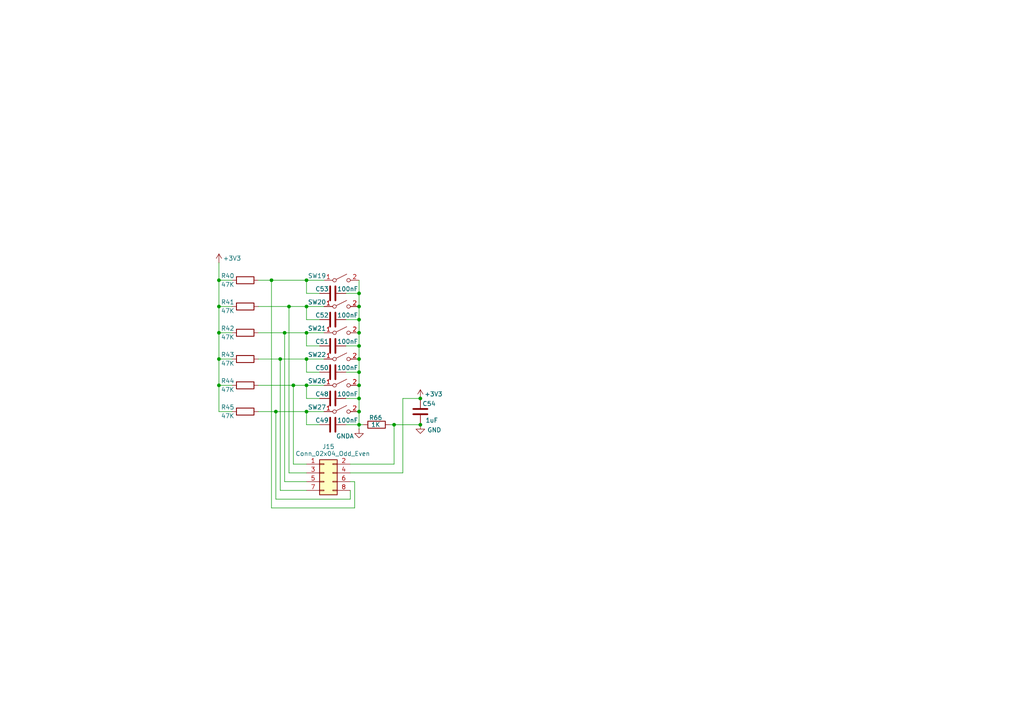
<source format=kicad_sch>
(kicad_sch (version 20250114) (generator "eeschema") (generator_version "9.0")
  (paper "A4")
  (lib_symbols
    (symbol "Connector_Generic:Conn_02x04_Odd_Even" (pin_names (offset 1.016) (hide yes))
      (property "Reference" "J" (at 1.27 5.08 0))
      (property "Value" "Conn_02x04_Odd_Even" (at 1.27 -7.62 0))
      (symbol "Conn_02x04_Odd_Even_1_1"
        (rectangle (start -1.27 3.81) (end 3.81 -6.35) (stroke (width 0.254)) (fill (type background)))
        (rectangle (start -1.27 2.667) (end 0 2.413) (stroke (width 0.1524)))
        (rectangle (start -1.27 0.127) (end 0 -0.127) (stroke (width 0.1524)))
        (rectangle (start -1.27 -2.413) (end 0 -2.667) (stroke (width 0.1524)))
        (rectangle (start -1.27 -4.953) (end 0 -5.207) (stroke (width 0.1524)))
        (rectangle (start 3.81 2.667) (end 2.54 2.413) (stroke (width 0.1524)))
        (rectangle (start 3.81 0.127) (end 2.54 -0.127) (stroke (width 0.1524)))
        (rectangle (start 3.81 -2.413) (end 2.54 -2.667) (stroke (width 0.1524)))
        (rectangle (start 3.81 -4.953) (end 2.54 -5.207) (stroke (width 0.1524)))
        (pin passive line (at -5.08 2.54 0) (length 3.81) (name "Pin_1") (number "1"))
        (pin passive line (at -5.08 0 0) (length 3.81) (name "Pin_3") (number "3"))
        (pin passive line (at -5.08 -2.54 0) (length 3.81) (name "Pin_5") (number "5"))
        (pin passive line (at -5.08 -5.08 0) (length 3.81) (name "Pin_7") (number "7"))
        (pin passive line (at 7.62 2.54 180) (length 3.81) (name "Pin_2") (number "2"))
        (pin passive line (at 7.62 0 180) (length 3.81) (name "Pin_4") (number "4"))
        (pin passive line (at 7.62 -2.54 180) (length 3.81) (name "Pin_6") (number "6"))
        (pin passive line (at 7.62 -5.08 180) (length 3.81) (name "Pin_8") (number "8"))
      )
    )
    (symbol "Device:C" (pin_numbers (hide yes)) (pin_names (offset 0.254))
      (property "Reference" "C" (at 0.635 2.54 0))
      (property "Value" "C" (at 0.635 -2.54 0))
      (symbol "C_0_1"
        (polyline (pts (xy -2.032 0.762) (xy 2.032 0.762)) (stroke (width 0.508)))
        (polyline (pts (xy -2.032 -0.762) (xy 2.032 -0.762)) (stroke (width 0.508)))
      )
      (symbol "C_1_1"
        (pin passive line (at 0 3.81 270) (length 2.794) (name "~") (number "1"))
        (pin passive line (at 0 -3.81 90) (length 2.794) (name "~") (number "2"))
      )
    )
    (symbol "Device:R" (pin_numbers (hide yes)) (pin_names (offset 0))
      (property "Reference" "R" (at 2.032 0 90))
      (property "Value" "R" (at 0 0 90))
      (symbol "R_0_1"
        (rectangle (start -1.016 -2.54) (end 1.016 2.54) (stroke (width 0.254)))
      )
      (symbol "R_1_1"
        (pin passive line (at 0 3.81 270) (length 1.27) (name "~") (number "1"))
        (pin passive line (at 0 -3.81 90) (length 1.27) (name "~") (number "2"))
      )
    )
    (symbol "Switch:SW_SPST" (pin_names (offset 0) (hide yes))
      (property "Reference" "SW" (at 0 3.175 0))
      (property "Value" "SW_SPST" (at 0 -2.54 0))
      (symbol "SW_SPST_0_0"
        (circle (center -2.032 0) (radius 0.508))
        (polyline (pts (xy -1.524 0.254) (xy 1.524 1.778)))
        (circle (center 2.032 0) (radius 0.508))
      )
      (symbol "SW_SPST_1_1"
        (pin passive line (at -5.08 0 0) (length 2.54) (name "A") (number "1"))
        (pin passive line (at 5.08 0 180) (length 2.54) (name "B") (number "2"))
      )
    )
    (symbol "power:+5V" (power) (pin_numbers (hide yes)) (pin_names (offset 0) (hide yes))
      (property "Value" "+5V" (at 0 3.556 0))
      (symbol "+5V_0_1"
        (polyline (pts (xy -0.762 1.27) (xy 0 2.54)))
        (polyline (pts (xy 0 2.54) (xy 0.762 1.27)))
        (polyline (pts (xy 0 0) (xy 0 2.54)))
      )
      (symbol "+5V_1_1"
        (pin power_in line (at 0 0 90) (length 0) (name "~") (number "1"))
      )
    )
    (symbol "power:GND" (power) (pin_numbers (hide yes)) (pin_names (offset 0) (hide yes))
      (property "Value" "GND" (at 0 -3.81 0))
      (symbol "GND_0_1"
        (polyline (pts (xy 0 0) (xy 0 -1.27) (xy 1.27 -1.27) (xy 0 -2.54) (xy -1.27 -1.27) (xy 0 -1.27)))
      )
      (symbol "GND_1_1"
        (pin power_in line (at 0 0 270) (length 0) (name "~") (number "1"))
      )
    )
    (symbol "power:GNDA" (power) (pin_numbers (hide yes)) (pin_names (offset 0) (hide yes))
      (property "Value" "GNDA" (at 0 -3.81 0))
      (symbol "GNDA_0_1"
        (polyline (pts (xy 0 0) (xy 0 -1.27) (xy 1.27 -1.27) (xy 0 -2.54) (xy -1.27 -1.27) (xy 0 -1.27)))
      )
      (symbol "GNDA_1_1"
        (pin power_in line (at 0 0 270) (length 0) (name "~") (number "1"))
      )
    )
  )
  (junction (at 63.5 81.28))
  (junction (at 88.9 119.38))
  (junction (at 88.9 88.9))
  (junction (at 104.14 92.71))
  (junction (at 104.14 88.9))
  (junction (at 80.01 119.38))
  (junction (at 104.14 123.19))
  (junction (at 114.3 123.19))
  (junction (at 104.14 107.95))
  (junction (at 104.14 115.57))
  (junction (at 63.5 88.9))
  (junction (at 83.82 88.9))
  (junction (at 121.92 115.57))
  (junction (at 63.5 104.14))
  (junction (at 104.14 104.14))
  (junction (at 88.9 104.14))
  (junction (at 82.55 96.52))
  (junction (at 104.14 85.09))
  (junction (at 88.9 111.76))
  (junction (at 104.14 119.38))
  (junction (at 88.9 81.28))
  (junction (at 88.9 96.52))
  (junction (at 78.74 81.28))
  (junction (at 104.14 111.76))
  (junction (at 81.28 104.14))
  (junction (at 63.5 111.76))
  (junction (at 63.5 96.52))
  (junction (at 104.14 96.52))
  (junction (at 121.92 123.19))
  (junction (at 85.09 111.76))
  (junction (at 104.14 100.33))
  (wire (pts (xy 100.33 107.95) (xy 104.14 107.95)))
  (wire (pts (xy 116.84 137.16) (xy 116.84 115.57)))
  (wire (pts (xy 101.6 144.78) (xy 101.6 142.24)))
  (wire (pts (xy 105.41 123.19) (xy 104.14 123.19)))
  (wire (pts (xy 80.01 119.38) (xy 80.01 144.78)))
  (wire (pts (xy 100.33 123.19) (xy 104.14 123.19)))
  (wire (pts (xy 85.09 111.76) (xy 88.9 111.76)))
  (wire (pts (xy 104.14 111.76) (xy 104.14 107.95)))
  (wire (pts (xy 82.55 96.52) (xy 82.55 139.7)))
  (wire (pts (xy 63.5 76.2) (xy 63.5 81.28)))
  (wire (pts (xy 100.33 115.57) (xy 104.14 115.57)))
  (wire (pts (xy 80.01 144.78) (xy 101.6 144.78)))
  (wire (pts (xy 63.5 104.14) (xy 63.5 111.76)))
  (wire (pts (xy 114.3 123.19) (xy 121.92 123.19)))
  (wire (pts (xy 88.9 137.16) (xy 83.82 137.16)))
  (wire (pts (xy 83.82 88.9) (xy 88.9 88.9)))
  (wire (pts (xy 88.9 104.14) (xy 93.98 104.14)))
  (wire (pts (xy 63.5 88.9) (xy 63.5 96.52)))
  (wire (pts (xy 74.93 111.76) (xy 85.09 111.76)))
  (wire (pts (xy 85.09 111.76) (xy 85.09 134.62)))
  (wire (pts (xy 104.14 92.71) (xy 104.14 96.52)))
  (wire (pts (xy 88.9 81.28) (xy 88.9 85.09)))
  (wire (pts (xy 80.01 119.38) (xy 88.9 119.38)))
  (wire (pts (xy 100.33 85.09) (xy 104.14 85.09)))
  (wire (pts (xy 81.28 104.14) (xy 88.9 104.14)))
  (wire (pts (xy 88.9 96.52) (xy 88.9 100.33)))
  (wire (pts (xy 63.5 111.76) (xy 63.5 119.38)))
  (wire (pts (xy 63.5 119.38) (xy 67.31 119.38)))
  (wire (pts (xy 74.93 104.14) (xy 81.28 104.14)))
  (wire (pts (xy 88.9 139.7) (xy 82.55 139.7)))
  (wire (pts (xy 74.93 81.28) (xy 78.74 81.28)))
  (wire (pts (xy 88.9 96.52) (xy 93.98 96.52)))
  (wire (pts (xy 78.74 81.28) (xy 88.9 81.28)))
  (wire (pts (xy 104.14 85.09) (xy 104.14 88.9)))
  (wire (pts (xy 104.14 88.9) (xy 104.14 92.71)))
  (wire (pts (xy 88.9 134.62) (xy 85.09 134.62)))
  (wire (pts (xy 83.82 88.9) (xy 83.82 137.16)))
  (wire (pts (xy 104.14 119.38) (xy 104.14 123.19)))
  (wire (pts (xy 92.71 115.57) (xy 88.9 115.57)))
  (wire (pts (xy 114.3 134.62) (xy 114.3 123.19)))
  (wire (pts (xy 88.9 111.76) (xy 93.98 111.76)))
  (wire (pts (xy 81.28 104.14) (xy 81.28 142.24)))
  (wire (pts (xy 88.9 104.14) (xy 88.9 107.95)))
  (wire (pts (xy 100.33 100.33) (xy 104.14 100.33)))
  (wire (pts (xy 104.14 115.57) (xy 104.14 119.38)))
  (wire (pts (xy 74.93 88.9) (xy 83.82 88.9)))
  (wire (pts (xy 78.74 81.28) (xy 78.74 147.32)))
  (wire (pts (xy 104.14 81.28) (xy 104.14 85.09)))
  (wire (pts (xy 92.71 92.71) (xy 88.9 92.71)))
  (wire (pts (xy 102.87 147.32) (xy 102.87 139.7)))
  (wire (pts (xy 88.9 119.38) (xy 88.9 123.19)))
  (wire (pts (xy 82.55 96.52) (xy 88.9 96.52)))
  (wire (pts (xy 100.33 92.71) (xy 104.14 92.71)))
  (wire (pts (xy 113.03 123.19) (xy 114.3 123.19)))
  (wire (pts (xy 88.9 142.24) (xy 81.28 142.24)))
  (wire (pts (xy 78.74 147.32) (xy 102.87 147.32)))
  (wire (pts (xy 74.93 96.52) (xy 82.55 96.52)))
  (wire (pts (xy 92.71 107.95) (xy 88.9 107.95)))
  (wire (pts (xy 88.9 115.57) (xy 88.9 111.76)))
  (wire (pts (xy 63.5 96.52) (xy 67.31 96.52)))
  (wire (pts (xy 104.14 100.33) (xy 104.14 104.14)))
  (wire (pts (xy 63.5 96.52) (xy 63.5 104.14)))
  (wire (pts (xy 63.5 88.9) (xy 67.31 88.9)))
  (wire (pts (xy 74.93 119.38) (xy 80.01 119.38)))
  (wire (pts (xy 92.71 85.09) (xy 88.9 85.09)))
  (wire (pts (xy 116.84 115.57) (xy 121.92 115.57)))
  (wire (pts (xy 104.14 96.52) (xy 104.14 100.33)))
  (wire (pts (xy 104.14 111.76) (xy 104.14 115.57)))
  (wire (pts (xy 101.6 137.16) (xy 116.84 137.16)))
  (wire (pts (xy 104.14 107.95) (xy 104.14 104.14)))
  (wire (pts (xy 88.9 88.9) (xy 88.9 92.71)))
  (wire (pts (xy 88.9 119.38) (xy 93.98 119.38)))
  (wire (pts (xy 63.5 81.28) (xy 67.31 81.28)))
  (wire (pts (xy 88.9 88.9) (xy 93.98 88.9)))
  (wire (pts (xy 63.5 111.76) (xy 67.31 111.76)))
  (wire (pts (xy 63.5 81.28) (xy 63.5 88.9)))
  (wire (pts (xy 88.9 81.28) (xy 93.98 81.28)))
  (wire (pts (xy 92.71 100.33) (xy 88.9 100.33)))
  (wire (pts (xy 92.71 123.19) (xy 88.9 123.19)))
  (wire (pts (xy 63.5 104.14) (xy 67.31 104.14)))
  (wire (pts (xy 104.14 123.19) (xy 104.14 124.46)))
  (wire (pts (xy 101.6 134.62) (xy 114.3 134.62)))
  (wire (pts (xy 102.87 139.7) (xy 101.6 139.7)))
  (symbol (lib_id "Device:R") (at 71.12 104.14 270) (unit 1)
    (property "Reference" "R43" (at 66.04 102.87 90))
    (property "Value" "47K" (at 66.04 105.41 90))
    (property "Footprint" "Resistor_SMD:R_0402_1005Metric" (effects (hide yes)))
    (property "Description" "Resistor" (effects (hide yes)))
  )
  (symbol (lib_id "power:GNDA") (at 104.14 124.46 0) (unit 1)
    (property "Reference" "#PWR077" (effects (hide yes)))
    (property "Value" "GNDA" (at 100.076 126.492 0))
    (property "Description" "Power symbol creates a global label with name \"GNDA\" , analog ground" (effects (hide yes)))
  )
  (symbol (lib_id "Device:C") (at 96.52 85.09 270) (unit 1)
    (property "Reference" "C53" (at 91.44 83.82 90) (effects (justify left)))
    (property "Value" "100nF" (at 97.79 83.82 90) (effects (justify left)))
    (property "Footprint" "Capacitor_SMD:C_0402_1005Metric" (effects (hide yes)))
    (property "Description" "Unpolarized capacitor" (effects (hide yes)))
  )
  (symbol (lib_id "Switch:SW_SPST") (at 99.06 88.9 0) (unit 1)
    (property "Reference" "SW20" (at 91.948 87.63 0))
    (property "Value" "SW_SPST" (effects (hide yes)))
    (property "Footprint" "Button_Switch_SMD:SW_SPST_TL3305C" (effects (hide yes)))
    (property "Datasheet" "C2888974" (effects (hide yes)))
    (property "Description" "Single Pole Single Throw (SPST) switch" (effects (hide yes)))
  )
  (symbol (lib_id "Device:R") (at 71.12 111.76 270) (unit 1)
    (property "Reference" "R44" (at 66.04 110.49 90))
    (property "Value" "47K" (at 66.04 113.03 90))
    (property "Footprint" "Resistor_SMD:R_0402_1005Metric" (effects (hide yes)))
    (property "Description" "Resistor" (effects (hide yes)))
  )
  (symbol (lib_id "Device:R") (at 71.12 96.52 270) (unit 1)
    (property "Reference" "R42" (at 66.04 95.25 90))
    (property "Value" "47K" (at 66.04 97.79 90))
    (property "Footprint" "Resistor_SMD:R_0402_1005Metric" (effects (hide yes)))
    (property "Description" "Resistor" (effects (hide yes)))
  )
  (symbol (lib_id "Device:C") (at 121.92 119.38 0) (mirror x) (unit 1)
    (property "Reference" "C54" (at 124.46 117.094 0))
    (property "Value" "1uF" (at 125.222 121.92 0))
    (property "Footprint" "Capacitor_SMD:C_0402_1005Metric" (effects (hide yes)))
    (property "Description" "Unpolarized capacitor" (effects (hide yes)))
  )
  (symbol (lib_id "Device:C") (at 96.52 107.95 270) (unit 1)
    (property "Reference" "C50" (at 91.44 106.68 90) (effects (justify left)))
    (property "Value" "100nF" (at 97.79 106.68 90) (effects (justify left)))
    (property "Footprint" "Capacitor_SMD:C_0402_1005Metric" (effects (hide yes)))
    (property "Description" "Unpolarized capacitor" (effects (hide yes)))
  )
  (symbol (lib_id "power:+5V") (at 63.5 76.2 0) (unit 1)
    (property "Reference" "#PWR073" (effects (hide yes)))
    (property "Value" "+3V3" (at 67.31 74.93 0))
    (property "Description" "Power symbol creates a global label with name \"+5V\"" (effects (hide yes)))
  )
  (symbol (lib_id "power:+5V") (at 121.92 115.57 0) (unit 1)
    (property "Reference" "#PWR075" (effects (hide yes)))
    (property "Value" "+3V3" (at 125.73 114.3 0))
    (property "Description" "Power symbol creates a global label with name \"+5V\"" (effects (hide yes)))
  )
  (symbol (lib_id "Device:R") (at 71.12 119.38 270) (unit 1)
    (property "Reference" "R45" (at 66.04 118.11 90))
    (property "Value" "47K" (at 66.04 120.65 90))
    (property "Footprint" "Resistor_SMD:R_0402_1005Metric" (effects (hide yes)))
    (property "Description" "Resistor" (effects (hide yes)))
  )
  (symbol (lib_id "Device:C") (at 96.52 100.33 270) (unit 1)
    (property "Reference" "C51" (at 91.44 99.06 90) (effects (justify left)))
    (property "Value" "100nF" (at 97.79 99.06 90) (effects (justify left)))
    (property "Footprint" "Capacitor_SMD:C_0402_1005Metric" (effects (hide yes)))
    (property "Description" "Unpolarized capacitor" (effects (hide yes)))
  )
  (symbol (lib_id "Device:R") (at 71.12 88.9 270) (unit 1)
    (property "Reference" "R41" (at 66.04 87.63 90))
    (property "Value" "47K" (at 66.04 90.17 90))
    (property "Footprint" "Resistor_SMD:R_0402_1005Metric" (effects (hide yes)))
    (property "Description" "Resistor" (effects (hide yes)))
  )
  (symbol (lib_id "Switch:SW_SPST") (at 99.06 96.52 0) (unit 1)
    (property "Reference" "SW21" (at 91.948 95.25 0))
    (property "Value" "SW_SPST" (effects (hide yes)))
    (property "Footprint" "Button_Switch_SMD:SW_SPST_TL3305C" (effects (hide yes)))
    (property "Datasheet" "C2888974" (effects (hide yes)))
    (property "Description" "Single Pole Single Throw (SPST) switch" (effects (hide yes)))
  )
  (symbol (lib_id "Switch:SW_SPST") (at 99.06 81.28 0) (unit 1)
    (property "Reference" "SW19" (at 91.948 80.01 0))
    (property "Value" "SW_SPST" (effects (hide yes)))
    (property "Footprint" "Button_Switch_SMD:SW_SPST_TL3305C" (effects (hide yes)))
    (property "Datasheet" "C2888974" (effects (hide yes)))
    (property "Description" "Single Pole Single Throw (SPST) switch" (effects (hide yes)))
  )
  (symbol (lib_id "Device:C") (at 96.52 123.19 270) (unit 1)
    (property "Reference" "C49" (at 91.44 121.92 90) (effects (justify left)))
    (property "Value" "100nF" (at 97.79 121.92 90) (effects (justify left)))
    (property "Footprint" "Capacitor_SMD:C_0402_1005Metric" (effects (hide yes)))
    (property "Description" "Unpolarized capacitor" (effects (hide yes)))
  )
  (symbol (lib_id "Device:R") (at 71.12 81.28 270) (unit 1)
    (property "Reference" "R40" (at 66.04 80.01 90))
    (property "Value" "47K" (at 66.04 82.55 90))
    (property "Footprint" "Resistor_SMD:R_0402_1005Metric" (effects (hide yes)))
    (property "Description" "Resistor" (effects (hide yes)))
  )
  (symbol (lib_id "Device:R") (at 109.22 123.19 270) (mirror x) (unit 1)
    (property "Reference" "R66" (at 108.966 121.158 90))
    (property "Value" "1K" (at 108.966 123.19 90))
    (property "Footprint" "Resistor_SMD:R_0402_1005Metric" (effects (hide yes)))
    (property "Description" "Resistor" (effects (hide yes)))
  )
  (symbol (lib_id "Connector_Generic:Conn_02x04_Odd_Even") (at 93.98 137.16 0) (unit 1)
    (property "Reference" "J15" (at 95.25 129.54 0))
    (property "Value" "Conn_02x04_Odd_Even" (at 96.52 131.572 0))
    (property "Footprint" "Connector_PinSocket_2.54mm:PinSocket_2x04_P2.54mm_Vertical" (effects (hide yes)))
    (property "Description" "Generic connector, double row, 02x04, odd/even pin numbering scheme (row 1 odd numbers, row 2 even numbers), script generated (kicad-library-utils/schlib/autogen/connector/)" (effects (hide yes)))
  )
  (symbol (lib_id "Switch:SW_SPST") (at 99.06 111.76 0) (unit 1)
    (property "Reference" "SW26" (at 91.948 110.49 0))
    (property "Value" "SW_SPST" (effects (hide yes)))
    (property "Footprint" "Button_Switch_SMD:SW_SPST_TL3305C" (effects (hide yes)))
    (property "Datasheet" "C2888974" (effects (hide yes)))
    (property "Description" "Single Pole Single Throw (SPST) switch" (effects (hide yes)))
  )
  (symbol (lib_id "Switch:SW_SPST") (at 99.06 104.14 0) (unit 1)
    (property "Reference" "SW22" (at 91.948 102.87 0))
    (property "Value" "SW_SPST" (effects (hide yes)))
    (property "Footprint" "Button_Switch_SMD:SW_SPST_TL3305C" (effects (hide yes)))
    (property "Datasheet" "C2888974" (effects (hide yes)))
    (property "Description" "Single Pole Single Throw (SPST) switch" (effects (hide yes)))
  )
  (symbol (lib_id "Device:C") (at 96.52 92.71 270) (unit 1)
    (property "Reference" "C52" (at 91.44 91.44 90) (effects (justify left)))
    (property "Value" "100nF" (at 97.79 91.44 90) (effects (justify left)))
    (property "Footprint" "Capacitor_SMD:C_0402_1005Metric" (effects (hide yes)))
    (property "Description" "Unpolarized capacitor" (effects (hide yes)))
  )
  (symbol (lib_id "Switch:SW_SPST") (at 99.06 119.38 0) (unit 1)
    (property "Reference" "SW27" (at 91.948 118.11 0))
    (property "Value" "SW_SPST" (effects (hide yes)))
    (property "Footprint" "Button_Switch_SMD:SW_SPST_TL3305C" (effects (hide yes)))
    (property "Datasheet" "C2888974" (effects (hide yes)))
    (property "Description" "Single Pole Single Throw (SPST) switch" (effects (hide yes)))
  )
  (symbol (lib_id "Device:C") (at 96.52 115.57 270) (unit 1)
    (property "Reference" "C48" (at 91.44 114.3 90) (effects (justify left)))
    (property "Value" "100nF" (at 97.79 114.3 90) (effects (justify left)))
    (property "Footprint" "Capacitor_SMD:C_0402_1005Metric" (effects (hide yes)))
    (property "Description" "Unpolarized capacitor" (effects (hide yes)))
  )
  (symbol (lib_id "power:GND") (at 121.92 123.19 0) (unit 1)
    (property "Reference" "#PWR074" (effects (hide yes)))
    (property "Value" "GND" (at 128.016 124.714 0) (effects (justify right)))
    (property "Description" "Power symbol creates a global label with name \"GND\" , ground" (effects (hide yes)))
  )
)
</source>
